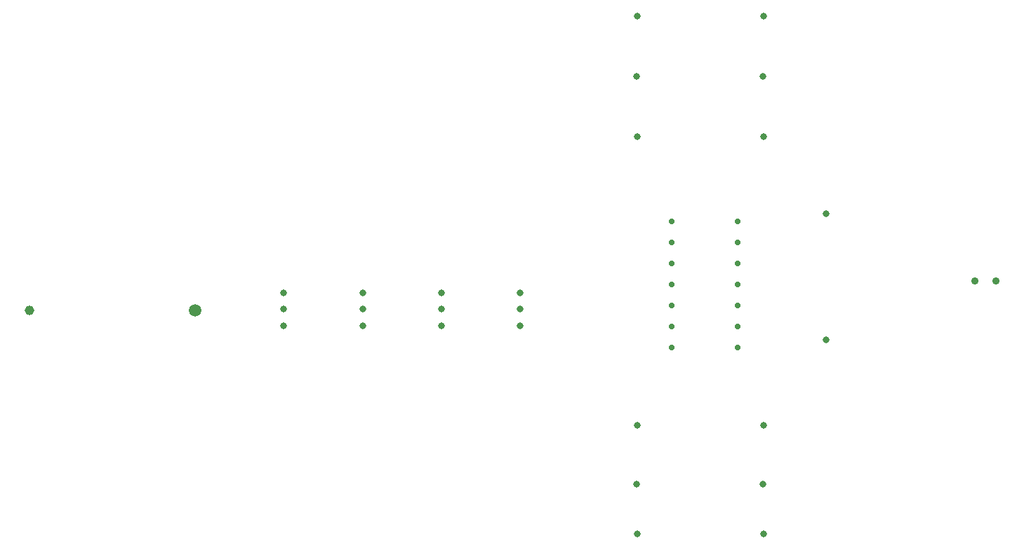
<source format=gbr>
%TF.GenerationSoftware,KiCad,Pcbnew,8.0.2*%
%TF.CreationDate,2024-05-23T15:12:40+02:00*%
%TF.ProjectId,gatemania_and,67617465-6d61-46e6-9961-5f616e642e6b,1.0*%
%TF.SameCoordinates,Original*%
%TF.FileFunction,Plated,1,2,PTH,Drill*%
%TF.FilePolarity,Positive*%
%FSLAX46Y46*%
G04 Gerber Fmt 4.6, Leading zero omitted, Abs format (unit mm)*
G04 Created by KiCad (PCBNEW 8.0.2) date 2024-05-23 15:12:40*
%MOMM*%
%LPD*%
G01*
G04 APERTURE LIST*
%TA.AperFunction,ComponentDrill*%
%ADD10C,0.740000*%
%TD*%
%TA.AperFunction,ComponentDrill*%
%ADD11C,0.800000*%
%TD*%
%TA.AperFunction,ComponentDrill*%
%ADD12C,0.900000*%
%TD*%
%TA.AperFunction,ComponentDrill*%
%ADD13C,1.170000*%
%TD*%
%TA.AperFunction,ComponentDrill*%
%ADD14C,1.500000*%
%TD*%
G04 APERTURE END LIST*
D10*
%TO.C,U1*%
X156992500Y-91260000D03*
X156992500Y-93800000D03*
X156992500Y-96340000D03*
X156992500Y-98880000D03*
X156992500Y-101420000D03*
X156992500Y-103960000D03*
X156992500Y-106500000D03*
X164932500Y-91260000D03*
X164932500Y-93800000D03*
X164932500Y-96340000D03*
X164932500Y-98880000D03*
X164932500Y-101420000D03*
X164932500Y-103960000D03*
X164932500Y-106500000D03*
D11*
%TO.C,S1*%
X110200000Y-99900000D03*
X110200000Y-101900000D03*
X110200000Y-103900000D03*
%TO.C,S2*%
X119716666Y-99900000D03*
X119716666Y-101900000D03*
X119716666Y-103900000D03*
%TO.C,S3*%
X129233332Y-99900000D03*
X129233332Y-101900000D03*
X129233332Y-103900000D03*
%TO.C,S4*%
X138750000Y-99900000D03*
X138750000Y-101900000D03*
X138750000Y-103900000D03*
%TO.C,R2*%
X152760000Y-73750000D03*
%TO.C,R5*%
X152760000Y-123000000D03*
%TO.C,R1*%
X152880000Y-66500000D03*
%TO.C,R3*%
X152880000Y-81000000D03*
%TO.C,R4*%
X152880000Y-115900000D03*
%TO.C,R6*%
X152880000Y-129000000D03*
%TO.C,R2*%
X168000000Y-73750000D03*
%TO.C,R5*%
X168000000Y-123000000D03*
%TO.C,R1*%
X168120000Y-66500000D03*
%TO.C,R3*%
X168120000Y-81000000D03*
%TO.C,R4*%
X168120000Y-115900000D03*
%TO.C,R6*%
X168120000Y-129000000D03*
%TO.C,R7*%
X175630000Y-90380000D03*
X175630000Y-105620000D03*
D12*
%TO.C,D1*%
X193590000Y-98500000D03*
X196130000Y-98500000D03*
D13*
%TO.C,BT1*%
X79500000Y-102000000D03*
D14*
X99500000Y-102000000D03*
M02*

</source>
